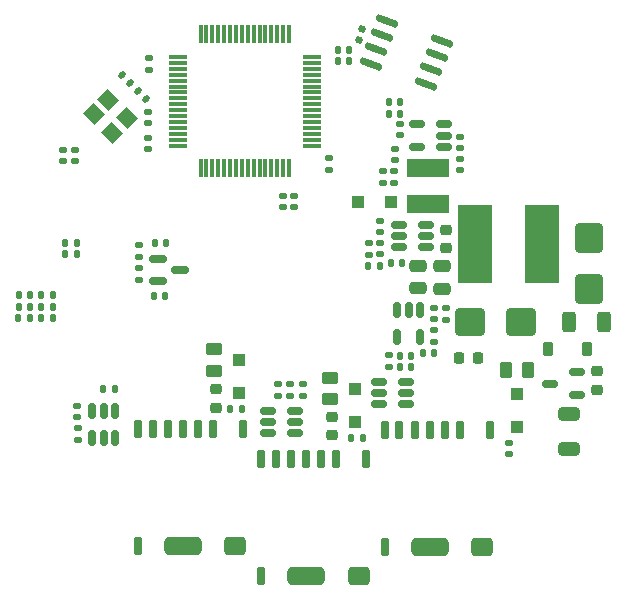
<source format=gbr>
%TF.GenerationSoftware,KiCad,Pcbnew,9.0.0*%
%TF.CreationDate,2025-06-01T03:36:43+08:00*%
%TF.ProjectId,CAPSTONE_MC,43415053-544f-44e4-955f-4d432e6b6963,Ver. 1.0.0*%
%TF.SameCoordinates,Original*%
%TF.FileFunction,Paste,Top*%
%TF.FilePolarity,Positive*%
%FSLAX46Y46*%
G04 Gerber Fmt 4.6, Leading zero omitted, Abs format (unit mm)*
G04 Created by KiCad (PCBNEW 9.0.0) date 2025-06-01 03:36:43*
%MOMM*%
%LPD*%
G01*
G04 APERTURE LIST*
G04 Aperture macros list*
%AMRoundRect*
0 Rectangle with rounded corners*
0 $1 Rounding radius*
0 $2 $3 $4 $5 $6 $7 $8 $9 X,Y pos of 4 corners*
0 Add a 4 corners polygon primitive as box body*
4,1,4,$2,$3,$4,$5,$6,$7,$8,$9,$2,$3,0*
0 Add four circle primitives for the rounded corners*
1,1,$1+$1,$2,$3*
1,1,$1+$1,$4,$5*
1,1,$1+$1,$6,$7*
1,1,$1+$1,$8,$9*
0 Add four rect primitives between the rounded corners*
20,1,$1+$1,$2,$3,$4,$5,0*
20,1,$1+$1,$4,$5,$6,$7,0*
20,1,$1+$1,$6,$7,$8,$9,0*
20,1,$1+$1,$8,$9,$2,$3,0*%
%AMRotRect*
0 Rectangle, with rotation*
0 The origin of the aperture is its center*
0 $1 length*
0 $2 width*
0 $3 Rotation angle, in degrees counterclockwise*
0 Add horizontal line*
21,1,$1,$2,0,0,$3*%
G04 Aperture macros list end*
%ADD10RoundRect,0.140000X0.170000X-0.140000X0.170000X0.140000X-0.170000X0.140000X-0.170000X-0.140000X0*%
%ADD11RoundRect,0.147500X-0.147500X-0.172500X0.147500X-0.172500X0.147500X0.172500X-0.147500X0.172500X0*%
%ADD12RoundRect,0.140000X-0.170000X0.140000X-0.170000X-0.140000X0.170000X-0.140000X0.170000X0.140000X0*%
%ADD13RoundRect,0.225000X-0.250000X0.225000X-0.250000X-0.225000X0.250000X-0.225000X0.250000X0.225000X0*%
%ADD14R,3.600000X1.500000*%
%ADD15RoundRect,0.140000X-0.219203X-0.021213X-0.021213X-0.219203X0.219203X0.021213X0.021213X0.219203X0*%
%ADD16RoundRect,0.150000X-0.150000X0.512500X-0.150000X-0.512500X0.150000X-0.512500X0.150000X0.512500X0*%
%ADD17RoundRect,0.150000X0.150000X-0.650000X0.150000X0.650000X-0.150000X0.650000X-0.150000X-0.650000X0*%
%ADD18RoundRect,0.400000X1.170000X-0.400000X1.170000X0.400000X-1.170000X0.400000X-1.170000X-0.400000X0*%
%ADD19RoundRect,0.400000X0.535000X-0.400000X0.535000X0.400000X-0.535000X0.400000X-0.535000X-0.400000X0*%
%ADD20RoundRect,0.135000X-0.185000X0.135000X-0.185000X-0.135000X0.185000X-0.135000X0.185000X0.135000X0*%
%ADD21RoundRect,0.225000X0.250000X-0.225000X0.250000X0.225000X-0.250000X0.225000X-0.250000X-0.225000X0*%
%ADD22R,2.850000X6.600000*%
%ADD23RoundRect,0.140000X-0.140000X-0.170000X0.140000X-0.170000X0.140000X0.170000X-0.140000X0.170000X0*%
%ADD24RoundRect,0.150000X-0.587500X-0.150000X0.587500X-0.150000X0.587500X0.150000X-0.587500X0.150000X0*%
%ADD25RoundRect,0.140000X0.219203X0.021213X0.021213X0.219203X-0.219203X-0.021213X-0.021213X-0.219203X0*%
%ADD26RoundRect,0.250000X0.262500X0.450000X-0.262500X0.450000X-0.262500X-0.450000X0.262500X-0.450000X0*%
%ADD27RoundRect,0.250000X0.450000X-0.262500X0.450000X0.262500X-0.450000X0.262500X-0.450000X-0.262500X0*%
%ADD28RoundRect,0.250000X-0.650000X0.325000X-0.650000X-0.325000X0.650000X-0.325000X0.650000X0.325000X0*%
%ADD29RoundRect,0.140000X0.140000X0.170000X-0.140000X0.170000X-0.140000X-0.170000X0.140000X-0.170000X0*%
%ADD30RoundRect,0.135000X0.185000X-0.135000X0.185000X0.135000X-0.185000X0.135000X-0.185000X-0.135000X0*%
%ADD31RoundRect,0.250000X0.300000X0.300000X-0.300000X0.300000X-0.300000X-0.300000X0.300000X-0.300000X0*%
%ADD32RoundRect,0.250000X-0.312500X-0.625000X0.312500X-0.625000X0.312500X0.625000X-0.312500X0.625000X0*%
%ADD33RoundRect,0.135000X0.135000X0.185000X-0.135000X0.185000X-0.135000X-0.185000X0.135000X-0.185000X0*%
%ADD34RoundRect,0.250000X-0.475000X0.250000X-0.475000X-0.250000X0.475000X-0.250000X0.475000X0.250000X0*%
%ADD35RoundRect,0.150000X-0.512500X-0.150000X0.512500X-0.150000X0.512500X0.150000X-0.512500X0.150000X0*%
%ADD36RoundRect,0.250000X0.300000X-0.300000X0.300000X0.300000X-0.300000X0.300000X-0.300000X-0.300000X0*%
%ADD37RoundRect,0.250000X0.900000X-1.000000X0.900000X1.000000X-0.900000X1.000000X-0.900000X-1.000000X0*%
%ADD38RoundRect,0.150000X-0.826549X0.141213X0.723943X-0.423121X0.826549X-0.141213X-0.723943X0.423121X0*%
%ADD39RoundRect,0.075000X-0.700000X-0.075000X0.700000X-0.075000X0.700000X0.075000X-0.700000X0.075000X0*%
%ADD40RoundRect,0.075000X-0.075000X-0.700000X0.075000X-0.700000X0.075000X0.700000X-0.075000X0.700000X0*%
%ADD41RoundRect,0.135000X-0.135000X-0.185000X0.135000X-0.185000X0.135000X0.185000X-0.135000X0.185000X0*%
%ADD42RoundRect,0.150000X0.512500X0.150000X-0.512500X0.150000X-0.512500X-0.150000X0.512500X-0.150000X0*%
%ADD43RoundRect,0.225000X0.225000X0.250000X-0.225000X0.250000X-0.225000X-0.250000X0.225000X-0.250000X0*%
%ADD44RoundRect,0.225000X-0.225000X-0.375000X0.225000X-0.375000X0.225000X0.375000X-0.225000X0.375000X0*%
%ADD45RoundRect,0.250000X1.000000X0.900000X-1.000000X0.900000X-1.000000X-0.900000X1.000000X-0.900000X0*%
%ADD46RoundRect,0.147500X0.172500X-0.147500X0.172500X0.147500X-0.172500X0.147500X-0.172500X-0.147500X0*%
%ADD47RotRect,1.400000X1.200000X315.000000*%
%ADD48RoundRect,0.150000X0.150000X-0.512500X0.150000X0.512500X-0.150000X0.512500X-0.150000X-0.512500X0*%
%ADD49RoundRect,0.140000X0.111865X-0.189700X0.207631X0.073414X-0.111865X0.189700X-0.207631X-0.073414X0*%
G04 APERTURE END LIST*
D10*
%TO.C,C55*%
X80755000Y-46695000D03*
X80755000Y-45735000D03*
%TD*%
%TO.C,C54*%
X79785000Y-46695000D03*
X79785000Y-45735000D03*
%TD*%
D11*
%TO.C,D6*%
X75995000Y-59985000D03*
X76965000Y-59985000D03*
%TD*%
D12*
%TO.C,C24*%
X117505000Y-70505000D03*
X117505000Y-71465000D03*
%TD*%
D13*
%TO.C,C14*%
X124945000Y-64480000D03*
X124945000Y-66030000D03*
%TD*%
D14*
%TO.C,L3*%
X110640000Y-50300000D03*
X110640000Y-47250000D03*
%TD*%
D11*
%TO.C,D7*%
X76005000Y-58995000D03*
X76975000Y-58995000D03*
%TD*%
D15*
%TO.C,C11*%
X86105589Y-40735589D03*
X86784411Y-41414411D03*
%TD*%
D16*
%TO.C,U13*%
X109985000Y-59302500D03*
X109035000Y-59302500D03*
X108085000Y-59302500D03*
X108085000Y-61577500D03*
X109985000Y-61577500D03*
%TD*%
D17*
%TO.C,U4*%
X107005000Y-79315000D03*
D18*
X110815000Y-79315000D03*
D19*
X115250000Y-79315000D03*
D17*
X115895000Y-69415000D03*
X113350000Y-69415000D03*
X112085000Y-69415000D03*
X110815000Y-69415000D03*
X109545000Y-69415000D03*
X108250000Y-69415000D03*
X107005000Y-69415000D03*
%TD*%
D10*
%TO.C,C46*%
X111215000Y-60085000D03*
X111215000Y-59125000D03*
%TD*%
D12*
%TO.C,C22*%
X106615000Y-53615000D03*
X106615000Y-54575000D03*
%TD*%
D20*
%TO.C,R13*%
X107350000Y-63115000D03*
X107350000Y-64135000D03*
%TD*%
D21*
%TO.C,C27*%
X102545000Y-69875000D03*
X102545000Y-68325000D03*
%TD*%
D12*
%TO.C,C2*%
X99345000Y-49645000D03*
X99345000Y-50605000D03*
%TD*%
%TO.C,C9*%
X98395000Y-49645000D03*
X98395000Y-50605000D03*
%TD*%
D22*
%TO.C,L2*%
X120290000Y-53735000D03*
X114640000Y-53735000D03*
%TD*%
D23*
%TO.C,C43*%
X87525000Y-53635000D03*
X88485000Y-53635000D03*
%TD*%
D24*
%TO.C,D11*%
X87777500Y-54940000D03*
X87777500Y-56840000D03*
X89652500Y-55890000D03*
%TD*%
D25*
%TO.C,C10*%
X85469411Y-40099411D03*
X84790589Y-39420589D03*
%TD*%
D23*
%TO.C,C1*%
X103025000Y-37235000D03*
X103985000Y-37235000D03*
%TD*%
D26*
%TO.C,R8*%
X119117500Y-64335000D03*
X117292500Y-64335000D03*
%TD*%
D12*
%TO.C,C36*%
X99010000Y-65568250D03*
X99010000Y-66528250D03*
%TD*%
%TO.C,C3*%
X102265000Y-46445000D03*
X102265000Y-47405000D03*
%TD*%
%TO.C,C29*%
X113425000Y-46465000D03*
X113425000Y-47425000D03*
%TD*%
D27*
%TO.C,R9*%
X92535000Y-64452500D03*
X92535000Y-62627500D03*
%TD*%
D28*
%TO.C,C17*%
X122575000Y-68100000D03*
X122575000Y-71050000D03*
%TD*%
D20*
%TO.C,R21*%
X86195000Y-55755000D03*
X86195000Y-56775000D03*
%TD*%
D29*
%TO.C,C15*%
X108465000Y-55280000D03*
X107505000Y-55280000D03*
%TD*%
D30*
%TO.C,R31*%
X112195000Y-60125000D03*
X112195000Y-59105000D03*
%TD*%
D31*
%TO.C,D4*%
X107510000Y-50155000D03*
X104710000Y-50155000D03*
%TD*%
D32*
%TO.C,R1*%
X122642500Y-60285000D03*
X125567500Y-60285000D03*
%TD*%
D33*
%TO.C,R4*%
X78895000Y-58025000D03*
X77875000Y-58025000D03*
%TD*%
D34*
%TO.C,C16*%
X111875000Y-55570000D03*
X111875000Y-57470000D03*
%TD*%
D10*
%TO.C,C37*%
X80990000Y-68380000D03*
X80990000Y-67420000D03*
%TD*%
D17*
%TO.C,U2*%
X86130000Y-79240000D03*
D18*
X89940000Y-79240000D03*
D19*
X94375000Y-79240000D03*
D17*
X95020000Y-69340000D03*
X92475000Y-69340000D03*
X91210000Y-69340000D03*
X89940000Y-69340000D03*
X88670000Y-69340000D03*
X87375000Y-69340000D03*
X86130000Y-69340000D03*
%TD*%
D35*
%TO.C,U11*%
X108217500Y-52090000D03*
X108217500Y-53040000D03*
X108217500Y-53990000D03*
X110492500Y-53990000D03*
X110492500Y-53040000D03*
X110492500Y-52090000D03*
%TD*%
D29*
%TO.C,C44*%
X88445000Y-58065000D03*
X87485000Y-58065000D03*
%TD*%
D10*
%TO.C,C19*%
X113425000Y-45585000D03*
X113425000Y-44625000D03*
%TD*%
D35*
%TO.C,U5*%
X106542500Y-65365000D03*
X106542500Y-66315000D03*
X106542500Y-67265000D03*
X108817500Y-67265000D03*
X108817500Y-66315000D03*
X108817500Y-65365000D03*
%TD*%
D33*
%TO.C,R5*%
X78905000Y-59975000D03*
X77885000Y-59975000D03*
%TD*%
D36*
%TO.C,D10*%
X94640000Y-66355000D03*
X94640000Y-63555000D03*
%TD*%
D21*
%TO.C,C18*%
X112205000Y-54040000D03*
X112205000Y-52490000D03*
%TD*%
D37*
%TO.C,D1*%
X124265000Y-57515000D03*
X124265000Y-53215000D03*
%TD*%
D38*
%TO.C,U9*%
X107180809Y-34838386D03*
X106746443Y-36031794D03*
X106312079Y-37225204D03*
X105877712Y-38418616D03*
X110529191Y-40111614D03*
X110963557Y-38918206D03*
X111397921Y-37724796D03*
X111832288Y-36531384D03*
%TD*%
D10*
%TO.C,C6*%
X107775000Y-48495000D03*
X107775000Y-47535000D03*
%TD*%
D30*
%TO.C,R30*%
X111225000Y-61995000D03*
X111225000Y-60975000D03*
%TD*%
D20*
%TO.C,R2*%
X105655000Y-53590000D03*
X105655000Y-54610000D03*
%TD*%
D12*
%TO.C,C7*%
X106825000Y-47545000D03*
X106825000Y-48505000D03*
%TD*%
%TO.C,C5*%
X86965000Y-44715000D03*
X86965000Y-45675000D03*
%TD*%
D39*
%TO.C,U1*%
X89490000Y-37865000D03*
X89490000Y-38365000D03*
X89490000Y-38865000D03*
X89490000Y-39365000D03*
X89490000Y-39865000D03*
X89490000Y-40365000D03*
X89490000Y-40865000D03*
X89490000Y-41365000D03*
X89490000Y-41865000D03*
X89490000Y-42365000D03*
X89490000Y-42865000D03*
X89490000Y-43365000D03*
X89490000Y-43865000D03*
X89490000Y-44365000D03*
X89490000Y-44865000D03*
X89490000Y-45365000D03*
D40*
X91415000Y-47290000D03*
X91915000Y-47290000D03*
X92415000Y-47290000D03*
X92915000Y-47290000D03*
X93415000Y-47290000D03*
X93915000Y-47290000D03*
X94415000Y-47290000D03*
X94915000Y-47290000D03*
X95415000Y-47290000D03*
X95915000Y-47290000D03*
X96415000Y-47290000D03*
X96915000Y-47290000D03*
X97415000Y-47290000D03*
X97915000Y-47290000D03*
X98415000Y-47290000D03*
X98915000Y-47290000D03*
D39*
X100840000Y-45365000D03*
X100840000Y-44865000D03*
X100840000Y-44365000D03*
X100840000Y-43865000D03*
X100840000Y-43365000D03*
X100840000Y-42865000D03*
X100840000Y-42365000D03*
X100840000Y-41865000D03*
X100840000Y-41365000D03*
X100840000Y-40865000D03*
X100840000Y-40365000D03*
X100840000Y-39865000D03*
X100840000Y-39365000D03*
X100840000Y-38865000D03*
X100840000Y-38365000D03*
X100840000Y-37865000D03*
D40*
X98915000Y-35940000D03*
X98415000Y-35940000D03*
X97915000Y-35940000D03*
X97415000Y-35940000D03*
X96915000Y-35940000D03*
X96415000Y-35940000D03*
X95915000Y-35940000D03*
X95415000Y-35940000D03*
X94915000Y-35940000D03*
X94415000Y-35940000D03*
X93915000Y-35940000D03*
X93415000Y-35940000D03*
X92915000Y-35940000D03*
X92415000Y-35940000D03*
X91915000Y-35940000D03*
X91415000Y-35940000D03*
%TD*%
D29*
%TO.C,C25*%
X94905000Y-67710000D03*
X93945000Y-67710000D03*
%TD*%
D17*
%TO.C,U3*%
X96560000Y-81830000D03*
D18*
X100370000Y-81830000D03*
D19*
X104805000Y-81830000D03*
D17*
X105450000Y-71930000D03*
X102905000Y-71930000D03*
X101640000Y-71930000D03*
X100370000Y-71930000D03*
X99100000Y-71930000D03*
X97805000Y-71930000D03*
X96560000Y-71930000D03*
%TD*%
D23*
%TO.C,C13*%
X107355000Y-41685000D03*
X108315000Y-41685000D03*
%TD*%
D35*
%TO.C,U6*%
X97107500Y-67798250D03*
X97107500Y-68748250D03*
X97107500Y-69698250D03*
X99382500Y-69698250D03*
X99382500Y-68748250D03*
X99382500Y-67798250D03*
%TD*%
D33*
%TO.C,R6*%
X78905000Y-59005000D03*
X77885000Y-59005000D03*
%TD*%
D41*
%TO.C,R32*%
X79910000Y-54585000D03*
X80930000Y-54585000D03*
%TD*%
D42*
%TO.C,U12*%
X112022500Y-45475000D03*
X112022500Y-44525000D03*
X112022500Y-43575000D03*
X109747500Y-43575000D03*
X109747500Y-45475000D03*
%TD*%
D29*
%TO.C,C47*%
X111195000Y-62965000D03*
X110235000Y-62965000D03*
%TD*%
D21*
%TO.C,C26*%
X92705000Y-67560000D03*
X92705000Y-66010000D03*
%TD*%
D20*
%TO.C,R20*%
X86185000Y-53765000D03*
X86185000Y-54785000D03*
%TD*%
D36*
%TO.C,D8*%
X104478250Y-68795000D03*
X104478250Y-65995000D03*
%TD*%
D41*
%TO.C,R3*%
X105585000Y-55575000D03*
X106605000Y-55575000D03*
%TD*%
D12*
%TO.C,C12*%
X86965001Y-42525001D03*
X86964999Y-43484999D03*
%TD*%
D36*
%TO.C,D9*%
X118245000Y-69180000D03*
X118245000Y-66380000D03*
%TD*%
D41*
%TO.C,R33*%
X79915000Y-53595000D03*
X80935000Y-53595000D03*
%TD*%
D43*
%TO.C,C28*%
X114880000Y-63355000D03*
X113330000Y-63355000D03*
%TD*%
D42*
%TO.C,U10*%
X123282500Y-66475000D03*
X123282500Y-64575000D03*
X121007500Y-65525000D03*
%TD*%
D11*
%TO.C,D5*%
X76015000Y-58025000D03*
X76985000Y-58025000D03*
%TD*%
D20*
%TO.C,R15*%
X81030000Y-69300000D03*
X81030000Y-70320000D03*
%TD*%
D23*
%TO.C,C35*%
X108300000Y-63175000D03*
X109260000Y-63175000D03*
%TD*%
D27*
%TO.C,R7*%
X102361750Y-66842500D03*
X102361750Y-65017500D03*
%TD*%
D29*
%TO.C,C23*%
X105146750Y-70085000D03*
X104186750Y-70085000D03*
%TD*%
D44*
%TO.C,D2*%
X120875000Y-62595000D03*
X124175000Y-62595000D03*
%TD*%
D45*
%TO.C,D3*%
X118535000Y-60315000D03*
X114235000Y-60315000D03*
%TD*%
D46*
%TO.C,L1*%
X107875000Y-46610000D03*
X107875000Y-45640000D03*
%TD*%
D23*
%TO.C,C8*%
X103035000Y-38215000D03*
X103995000Y-38215000D03*
%TD*%
D47*
%TO.C,Y1*%
X82406142Y-42718224D03*
X83961777Y-44273859D03*
X85163858Y-43071776D03*
X83608223Y-41516141D03*
%TD*%
D20*
%TO.C,R14*%
X97995000Y-65543250D03*
X97995000Y-66563250D03*
%TD*%
D34*
%TO.C,C34*%
X109845000Y-55565000D03*
X109845000Y-57465000D03*
%TD*%
D12*
%TO.C,C4*%
X87055000Y-37975000D03*
X87055000Y-38935000D03*
%TD*%
D23*
%TO.C,C39*%
X83195000Y-66005000D03*
X84155000Y-66005000D03*
%TD*%
%TO.C,C51*%
X107355000Y-42655000D03*
X108315000Y-42655000D03*
%TD*%
D48*
%TO.C,U7*%
X82265000Y-70142500D03*
X83215000Y-70142500D03*
X84165000Y-70142500D03*
X84165000Y-67867500D03*
X83215000Y-67867500D03*
X82265000Y-67867500D03*
%TD*%
D29*
%TO.C,C21*%
X109255000Y-64145000D03*
X108295000Y-64145000D03*
%TD*%
D49*
%TO.C,C42*%
X104800831Y-36406052D03*
X105129169Y-35503948D03*
%TD*%
D10*
%TO.C,C33*%
X108335000Y-44505000D03*
X108335000Y-43545000D03*
%TD*%
%TO.C,C38*%
X100065000Y-66528250D03*
X100065000Y-65568250D03*
%TD*%
%TO.C,C20*%
X106645000Y-52705000D03*
X106645000Y-51745000D03*
%TD*%
M02*

</source>
